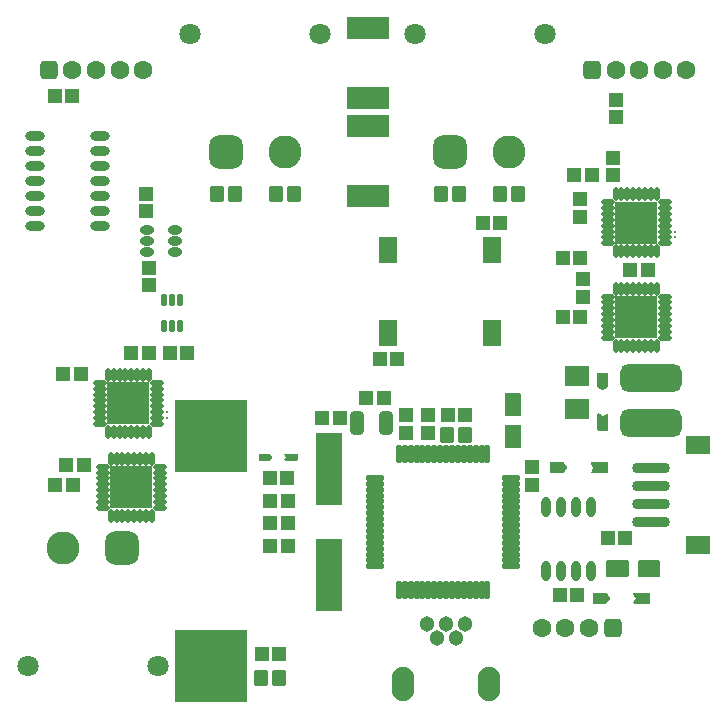
<source format=gbr>
%TF.GenerationSoftware,Altium Limited,Altium Designer,24.7.2 (38)*%
G04 Layer_Color=8388736*
%FSLAX45Y45*%
%MOMM*%
%TF.SameCoordinates,4E20714E-E0DB-4EF4-9D00-32C5CA98EF25*%
%TF.FilePolarity,Negative*%
%TF.FileFunction,Soldermask,Top*%
%TF.Part,Single*%
G01*
G75*
%TA.AperFunction,SMDPad,CuDef*%
%ADD31R,0.16000X0.16000*%
%ADD86O,1.15320X0.45320*%
%ADD87O,0.45320X1.15320*%
%ADD88R,3.65320X3.65320*%
G04:AMPARAMS|DCode=89|XSize=5.2032mm|YSize=2.3532mm|CornerRadius=0.6391mm|HoleSize=0mm|Usage=FLASHONLY|Rotation=0.000|XOffset=0mm|YOffset=0mm|HoleType=Round|Shape=RoundedRectangle|*
%AMROUNDEDRECTD89*
21,1,5.20320,1.07500,0,0,0.0*
21,1,3.92500,2.35320,0,0,0.0*
1,1,1.27820,1.96250,-0.53750*
1,1,1.27820,-1.96250,-0.53750*
1,1,1.27820,-1.96250,0.53750*
1,1,1.27820,1.96250,0.53750*
%
%ADD89ROUNDEDRECTD89*%
%ADD90O,1.65320X0.80320*%
%ADD91O,1.60320X0.50320*%
%ADD92O,0.50320X1.60320*%
%ADD93R,3.55320X1.85320*%
%ADD94R,2.10320X1.70320*%
%ADD95R,1.20320X1.15320*%
%ADD96O,3.20320X0.90320*%
%ADD97R,2.10320X1.50320*%
%ADD98R,1.20320X1.25320*%
%ADD99R,2.20320X6.20320*%
%ADD100O,0.55320X1.05320*%
G04:AMPARAMS|DCode=101|XSize=1.2032mm|YSize=1.4032mm|CornerRadius=0.2516mm|HoleSize=0mm|Usage=FLASHONLY|Rotation=0.000|XOffset=0mm|YOffset=0mm|HoleType=Round|Shape=RoundedRectangle|*
%AMROUNDEDRECTD101*
21,1,1.20320,0.90000,0,0,0.0*
21,1,0.70000,1.40320,0,0,0.0*
1,1,0.50320,0.35000,-0.45000*
1,1,0.50320,-0.35000,-0.45000*
1,1,0.50320,-0.35000,0.45000*
1,1,0.50320,0.35000,0.45000*
%
%ADD101ROUNDEDRECTD101*%
G04:AMPARAMS|DCode=102|XSize=1.2032mm|YSize=2.0032mm|CornerRadius=0.3516mm|HoleSize=0mm|Usage=FLASHONLY|Rotation=180.000|XOffset=0mm|YOffset=0mm|HoleType=Round|Shape=RoundedRectangle|*
%AMROUNDEDRECTD102*
21,1,1.20320,1.30000,0,0,180.0*
21,1,0.50000,2.00320,0,0,180.0*
1,1,0.70320,-0.25000,0.65000*
1,1,0.70320,0.25000,0.65000*
1,1,0.70320,0.25000,-0.65000*
1,1,0.70320,-0.25000,-0.65000*
%
%ADD102ROUNDEDRECTD102*%
%ADD103R,1.60320X2.20320*%
%ADD104R,1.25320X1.20320*%
%ADD105O,1.20320X0.80320*%
%ADD106O,0.80320X1.70320*%
%ADD107R,1.15320X1.20320*%
%TA.AperFunction,ComponentPad*%
%ADD108O,1.90320X2.90320*%
%ADD109C,1.30320*%
%ADD110C,1.60320*%
G04:AMPARAMS|DCode=111|XSize=1.6032mm|YSize=1.6032mm|CornerRadius=0.4516mm|HoleSize=0mm|Usage=FLASHONLY|Rotation=0.000|XOffset=0mm|YOffset=0mm|HoleType=Round|Shape=RoundedRectangle|*
%AMROUNDEDRECTD111*
21,1,1.60320,0.70000,0,0,0.0*
21,1,0.70000,1.60320,0,0,0.0*
1,1,0.90320,0.35000,-0.35000*
1,1,0.90320,-0.35000,-0.35000*
1,1,0.90320,-0.35000,0.35000*
1,1,0.90320,0.35000,0.35000*
%
%ADD111ROUNDEDRECTD111*%
%ADD112R,6.20320X6.20320*%
G04:AMPARAMS|DCode=113|XSize=2.8032mm|YSize=2.8032mm|CornerRadius=0.7516mm|HoleSize=0mm|Usage=FLASHONLY|Rotation=180.000|XOffset=0mm|YOffset=0mm|HoleType=Round|Shape=RoundedRectangle|*
%AMROUNDEDRECTD113*
21,1,2.80320,1.30000,0,0,180.0*
21,1,1.30000,2.80320,0,0,180.0*
1,1,1.50320,-0.65000,0.65000*
1,1,1.50320,0.65000,0.65000*
1,1,1.50320,0.65000,-0.65000*
1,1,1.50320,-0.65000,-0.65000*
%
%ADD113ROUNDEDRECTD113*%
%ADD114C,1.80320*%
%ADD115C,2.80320*%
G36*
X7578829Y5335096D02*
X7580135Y5334836D01*
X7581397Y5334408D01*
X7582591Y5333819D01*
X7583699Y5333079D01*
X7584700Y5332201D01*
X7585578Y5331199D01*
X7586318Y5330092D01*
X7586907Y5328897D01*
X7587335Y5327636D01*
X7587595Y5326330D01*
X7587682Y5325001D01*
Y5225001D01*
X7587659Y5224657D01*
X7587659Y5224323D01*
X7587617Y5224003D01*
X7587595Y5223672D01*
X7587528Y5223336D01*
X7587484Y5223003D01*
X7587399Y5222689D01*
X7587335Y5222365D01*
X7587335Y5222365D01*
D01*
X7587226Y5222043D01*
X7587138Y5221717D01*
X7587013Y5221416D01*
X7586907Y5221104D01*
X7586756Y5220798D01*
X7586627Y5220487D01*
X7586463Y5220203D01*
X7586318Y5219909D01*
X7586130Y5219629D01*
X7585960Y5219334D01*
X7585759Y5219073D01*
X7585578Y5218802D01*
X7585354Y5218547D01*
X7585148Y5218279D01*
X7584916Y5218047D01*
X7584700Y5217800D01*
X7584445Y5217577D01*
X7584205Y5217338D01*
X7583944Y5217138D01*
X7583698Y5216922D01*
X7583419Y5216736D01*
X7583148Y5216528D01*
X7545666Y5191541D01*
X7545666Y5191540D01*
X7545665Y5191540D01*
X7545648Y5191528D01*
X7545044Y5191180D01*
X7544513Y5190873D01*
X7544505Y5190870D01*
X7544494Y5190863D01*
X7543850Y5190598D01*
X7543283Y5190362D01*
X7543272Y5190359D01*
X7543263Y5190355D01*
X7542610Y5190181D01*
X7541997Y5190016D01*
X7541987Y5190015D01*
X7541976Y5190012D01*
X7541274Y5189920D01*
X7540677Y5189841D01*
X7540667D01*
X7540655Y5189839D01*
X7539938Y5189840D01*
X7539345Y5189840D01*
X7539335Y5189841D01*
X7539323D01*
X7538625Y5189933D01*
X7538024Y5190012D01*
X7538014Y5190014D01*
X7538003Y5190016D01*
X7537346Y5190193D01*
X7536737Y5190355D01*
X7536728Y5190359D01*
X7536717Y5190362D01*
X7536101Y5190618D01*
X7535506Y5190864D01*
X7535497Y5190869D01*
X7535487Y5190873D01*
X7534934Y5191193D01*
X7534352Y5191528D01*
X7496852Y5216528D01*
X7496583Y5216734D01*
X7496301Y5216922D01*
X7496055Y5217138D01*
X7495795Y5217338D01*
X7495554Y5217578D01*
X7495300Y5217800D01*
X7495085Y5218046D01*
X7494852Y5218279D01*
X7494644Y5218548D01*
X7494422Y5218802D01*
X7494241Y5219073D01*
X7494040Y5219334D01*
X7493869Y5219629D01*
X7493682Y5219909D01*
X7493537Y5220203D01*
X7493373Y5220487D01*
X7493244Y5220798D01*
X7493093Y5221104D01*
X7492987Y5221417D01*
X7492862Y5221717D01*
X7492774Y5222043D01*
X7492665Y5222365D01*
X7492601Y5222686D01*
X7492516Y5223003D01*
X7492471Y5223341D01*
X7492405Y5223671D01*
X7492384Y5223996D01*
X7492340Y5224323D01*
X7492340Y5224664D01*
X7492318Y5225000D01*
X7492318Y5225004D01*
Y5325001D01*
X7492405Y5326330D01*
X7492665Y5327636D01*
X7493093Y5328897D01*
X7493682Y5330092D01*
X7494422Y5331199D01*
X7495300Y5332201D01*
X7496302Y5333079D01*
X7497409Y5333819D01*
X7498604Y5334408D01*
X7499865Y5334836D01*
X7501171Y5335096D01*
X7502500Y5335183D01*
X7577500D01*
X7578829Y5335096D01*
D02*
G37*
G36*
X6841331Y5160097D02*
X6842637Y5159837D01*
X6843898Y5159409D01*
X6845093Y5158820D01*
X6846200Y5158080D01*
X6847201Y5157202D01*
X6848080Y5156201D01*
X6848819Y5155093D01*
X6849409Y5153899D01*
X6849837Y5152637D01*
X6850097Y5151331D01*
X6850184Y5150002D01*
Y4980802D01*
X6850097Y4979473D01*
X6849837Y4978167D01*
X6849409Y4976905D01*
X6848819Y4975711D01*
X6848080Y4974603D01*
X6847201Y4973602D01*
X6846200Y4972724D01*
X6845093Y4971984D01*
X6843898Y4971395D01*
X6842637Y4970967D01*
X6841331Y4970707D01*
X6840002Y4970620D01*
X6720002D01*
X6718673Y4970707D01*
X6717366Y4970967D01*
X6716105Y4971395D01*
X6714911Y4971984D01*
X6713803Y4972724D01*
X6712802Y4973602D01*
X6711924Y4974603D01*
X6711184Y4975711D01*
X6710595Y4976905D01*
X6710167Y4978167D01*
X6709907Y4979473D01*
X6709820Y4980802D01*
Y5150002D01*
X6709907Y5151331D01*
X6710167Y5152637D01*
X6710595Y5153899D01*
X6711184Y5155093D01*
X6711924Y5156201D01*
X6712802Y5157202D01*
X6713803Y5158080D01*
X6714911Y5158820D01*
X6716105Y5159409D01*
X6717366Y5159837D01*
X6718673Y5160097D01*
X6720002Y5160184D01*
X6840002D01*
X6841331Y5160097D01*
D02*
G37*
G36*
X7577557Y4990178D02*
X7577612Y4990181D01*
X7578213Y4990135D01*
X7578829Y4990095D01*
X7578884Y4990084D01*
X7578940Y4990079D01*
X7579531Y4989955D01*
X7580135Y4989835D01*
X7580190Y4989816D01*
X7580243Y4989805D01*
X7580800Y4989609D01*
X7581396Y4989407D01*
X7581449Y4989381D01*
X7581499Y4989363D01*
X7582038Y4989090D01*
X7582591Y4988818D01*
X7582636Y4988787D01*
X7582688Y4988761D01*
X7583198Y4988412D01*
X7583698Y4988078D01*
X7583740Y4988041D01*
X7583787Y4988009D01*
X7584238Y4987604D01*
X7584700Y4987200D01*
X7584737Y4987157D01*
X7584778Y4987120D01*
X7585172Y4986661D01*
X7585578Y4986198D01*
X7585609Y4986152D01*
X7585645Y4986109D01*
X7585983Y4985592D01*
X7586318Y4985091D01*
X7586342Y4985042D01*
X7586373Y4984994D01*
X7586638Y4984441D01*
X7586907Y4983896D01*
X7586925Y4983843D01*
X7586949Y4983793D01*
X7587139Y4983213D01*
X7587335Y4982635D01*
X7587346Y4982581D01*
X7587363Y4982527D01*
X7587476Y4981926D01*
X7587595Y4981329D01*
X7587598Y4981272D01*
X7587609Y4981218D01*
X7587641Y4980618D01*
X7587682Y4980000D01*
Y4955003D01*
X7587682Y4954999D01*
Y4854999D01*
X7587595Y4853670D01*
X7587335Y4852364D01*
X7586907Y4851103D01*
X7586318Y4849908D01*
X7585578Y4848801D01*
X7584700Y4847799D01*
X7583699Y4846921D01*
X7582591Y4846181D01*
X7581397Y4845592D01*
X7580135Y4845164D01*
X7578829Y4844904D01*
X7577500Y4844817D01*
X7502500D01*
X7501171Y4844904D01*
X7499865Y4845164D01*
X7498604Y4845592D01*
X7497409Y4846181D01*
X7496302Y4846921D01*
X7495300Y4847799D01*
X7494422Y4848801D01*
X7493682Y4849908D01*
X7493093Y4851103D01*
X7492665Y4852364D01*
X7492405Y4853670D01*
X7492318Y4854999D01*
Y4954996D01*
X7492318Y4955000D01*
Y4980000D01*
X7492339Y4980327D01*
X7492339Y4980655D01*
X7492383Y4980991D01*
X7492405Y4981329D01*
X7492469Y4981650D01*
X7492512Y4981976D01*
X7492599Y4982303D01*
X7492665Y4982635D01*
X7492771Y4982946D01*
X7492855Y4983263D01*
X7492984Y4983575D01*
X7493093Y4983896D01*
X7493238Y4984190D01*
X7493363Y4984494D01*
X7493533Y4984789D01*
X7493682Y4985091D01*
X7493863Y4985362D01*
X7494028Y4985648D01*
X7494234Y4985917D01*
X7494422Y4986198D01*
X7494638Y4986444D01*
X7494838Y4986705D01*
X7495077Y4986945D01*
X7495300Y4987200D01*
X7495547Y4987416D01*
X7495779Y4987648D01*
X7496046Y4987854D01*
X7496301Y4988078D01*
X7496573Y4988259D01*
X7496834Y4988460D01*
X7497129Y4988630D01*
X7497409Y4988818D01*
X7497703Y4988963D01*
X7497987Y4989127D01*
X7498298Y4989256D01*
X7498603Y4989407D01*
X7498915Y4989513D01*
X7499217Y4989638D01*
X7499543Y4989726D01*
X7499865Y4989835D01*
X7500187Y4989899D01*
X7500503Y4989984D01*
X7500837Y4990028D01*
X7501171Y4990095D01*
X7501499Y4990116D01*
X7501823Y4990159D01*
X7502161Y4990160D01*
X7502500Y4990182D01*
X7502827Y4990160D01*
X7503155Y4990161D01*
X7503491Y4990117D01*
X7503829Y4990095D01*
X7504150Y4990031D01*
X7504476Y4989988D01*
X7504803Y4989901D01*
X7505135Y4989835D01*
X7505446Y4989729D01*
X7505762Y4989645D01*
X7506075Y4989516D01*
X7506396Y4989407D01*
X7506690Y4989262D01*
X7506994Y4989137D01*
X7507289Y4988966D01*
X7507591Y4988818D01*
X7507862Y4988636D01*
X7508148Y4988472D01*
X7515646Y4983473D01*
X7515648Y4983472D01*
X7540129Y4967151D01*
X7561704Y4980880D01*
X7571391Y4988145D01*
X7571908Y4988483D01*
X7572409Y4988818D01*
X7572458Y4988842D01*
X7572506Y4988873D01*
X7573059Y4989138D01*
X7573604Y4989407D01*
X7573657Y4989425D01*
X7573707Y4989449D01*
X7574287Y4989639D01*
X7574865Y4989835D01*
X7574919Y4989846D01*
X7574973Y4989863D01*
X7575574Y4989976D01*
X7576171Y4990095D01*
X7576227Y4990098D01*
X7576282Y4990109D01*
X7576883Y4990141D01*
X7577500Y4990182D01*
X7577557Y4990178D01*
D02*
G37*
G36*
X6841331Y4890093D02*
X6842637Y4889834D01*
X6843898Y4889406D01*
X6845093Y4888816D01*
X6846200Y4888076D01*
X6847201Y4887198D01*
X6848080Y4886197D01*
X6848819Y4885090D01*
X6849409Y4883895D01*
X6849837Y4882634D01*
X6850097Y4881328D01*
X6850184Y4879999D01*
Y4709998D01*
X6850097Y4708670D01*
X6849837Y4707363D01*
X6849409Y4706102D01*
X6848819Y4704908D01*
X6848080Y4703800D01*
X6847201Y4702799D01*
X6846200Y4701921D01*
X6845093Y4701181D01*
X6843898Y4700592D01*
X6842637Y4700164D01*
X6841331Y4699904D01*
X6840002Y4699817D01*
X6720002D01*
X6718673Y4699904D01*
X6717366Y4700164D01*
X6716105Y4700592D01*
X6714911Y4701181D01*
X6713803Y4701921D01*
X6712802Y4702799D01*
X6711924Y4703800D01*
X6711184Y4704908D01*
X6710595Y4706102D01*
X6710167Y4707363D01*
X6709907Y4708670D01*
X6709820Y4709998D01*
Y4879999D01*
X6709907Y4881328D01*
X6710167Y4882634D01*
X6710595Y4883895D01*
X6711184Y4885090D01*
X6711924Y4886197D01*
X6712802Y4887198D01*
X6713803Y4888076D01*
X6714911Y4888816D01*
X6716105Y4889406D01*
X6717366Y4889834D01*
X6718673Y4890093D01*
X6720002Y4890180D01*
X6840002D01*
X6841331Y4890093D01*
D02*
G37*
G36*
X4950077Y4650096D02*
X4951384Y4649836D01*
X4952645Y4649408D01*
X4953839Y4648818D01*
X4954947Y4648079D01*
X4955948Y4647201D01*
X4956826Y4646199D01*
X4957566Y4645092D01*
X4958155Y4643897D01*
X4958583Y4642636D01*
X4958843Y4641330D01*
X4958930Y4640001D01*
Y4600001D01*
X4958843Y4598672D01*
X4958583Y4597366D01*
X4958155Y4596105D01*
X4957566Y4594910D01*
X4956826Y4593803D01*
X4955948Y4592801D01*
X4954947Y4591923D01*
X4953839Y4591183D01*
X4952645Y4590594D01*
X4951384Y4590166D01*
X4950077Y4589906D01*
X4948748Y4589819D01*
X4868765D01*
X4868750Y4589818D01*
X4856250D01*
X4855920Y4589840D01*
X4855594Y4589839D01*
X4855261Y4589883D01*
X4854921Y4589905D01*
X4854600Y4589969D01*
X4854274Y4590012D01*
X4853945Y4590100D01*
X4853615Y4590165D01*
X4853305Y4590270D01*
X4852987Y4590355D01*
X4852674Y4590484D01*
X4852354Y4590593D01*
X4852059Y4590738D01*
X4851756Y4590864D01*
X4851461Y4591033D01*
X4851159Y4591182D01*
X4850888Y4591363D01*
X4850602Y4591528D01*
X4850332Y4591735D01*
X4850052Y4591922D01*
X4849805Y4592138D01*
X4849544Y4592338D01*
X4849305Y4592577D01*
X4849050Y4592800D01*
X4848834Y4593047D01*
X4848602Y4593279D01*
X4848395Y4593547D01*
X4848172Y4593802D01*
X4847991Y4594073D01*
X4847790Y4594334D01*
X4847618Y4594630D01*
X4847432Y4594909D01*
X4847288Y4595202D01*
X4847123Y4595487D01*
X4846993Y4595800D01*
X4846843Y4596104D01*
X4846738Y4596414D01*
X4846612Y4596718D01*
X4846523Y4597045D01*
X4846415Y4597365D01*
X4846351Y4597685D01*
X4846266Y4598004D01*
X4846221Y4598340D01*
X4846155Y4598671D01*
X4846134Y4598999D01*
X4846091Y4599324D01*
X4846090Y4599660D01*
X4846068Y4600000D01*
X4846090Y4600330D01*
X4846089Y4600656D01*
X4846133Y4600989D01*
X4846155Y4601329D01*
X4846219Y4601650D01*
X4846262Y4601976D01*
X4846349Y4602305D01*
X4846415Y4602635D01*
X4846520Y4602945D01*
X4846605Y4603263D01*
X4846734Y4603576D01*
X4846843Y4603896D01*
X4846988Y4604191D01*
X4847113Y4604494D01*
X4847283Y4604788D01*
X4847432Y4605091D01*
X4847613Y4605362D01*
X4847778Y4605648D01*
X4852643Y4612945D01*
X4856876Y4620000D01*
X4852643Y4627054D01*
X4847778Y4634352D01*
X4847613Y4634638D01*
X4847432Y4634909D01*
X4847283Y4635211D01*
X4847113Y4635506D01*
X4846988Y4635809D01*
X4846843Y4636104D01*
X4846734Y4636425D01*
X4846605Y4636737D01*
X4846520Y4637055D01*
X4846415Y4637365D01*
X4846349Y4637695D01*
X4846262Y4638023D01*
X4846219Y4638351D01*
X4846155Y4638671D01*
X4846133Y4639007D01*
X4846089Y4639344D01*
X4846089Y4639672D01*
X4846068Y4640000D01*
X4846090Y4640339D01*
X4846091Y4640676D01*
X4846134Y4641001D01*
X4846155Y4641329D01*
X4846221Y4641660D01*
X4846266Y4641996D01*
X4846351Y4642315D01*
X4846415Y4642635D01*
X4846523Y4642954D01*
X4846612Y4643283D01*
X4846738Y4643586D01*
X4846843Y4643896D01*
X4846993Y4644200D01*
X4847123Y4644512D01*
X4847288Y4644798D01*
X4847432Y4645091D01*
X4847618Y4645370D01*
X4847790Y4645665D01*
X4847991Y4645927D01*
X4848172Y4646198D01*
X4848395Y4646453D01*
X4848602Y4646721D01*
X4848834Y4646952D01*
X4849050Y4647199D01*
X4849305Y4647423D01*
X4849544Y4647662D01*
X4849805Y4647862D01*
X4850052Y4648078D01*
X4850332Y4648265D01*
X4850602Y4648472D01*
X4850888Y4648636D01*
X4851159Y4648817D01*
X4851461Y4648967D01*
X4851756Y4649136D01*
X4852059Y4649261D01*
X4852354Y4649407D01*
X4852674Y4649515D01*
X4852987Y4649645D01*
X4853305Y4649730D01*
X4853615Y4649835D01*
X4853945Y4649900D01*
X4854274Y4649988D01*
X4854601Y4650031D01*
X4854921Y4650095D01*
X4855257Y4650117D01*
X4855594Y4650161D01*
X4855922Y4650160D01*
X4856250Y4650182D01*
X4868732D01*
X4868748Y4650183D01*
X4948748D01*
X4950077Y4650096D01*
D02*
G37*
G36*
X4719070Y4650162D02*
X4719360Y4650163D01*
X4719700Y4650120D01*
X4720080Y4650096D01*
X4720396Y4650033D01*
X4720681Y4649997D01*
X4721010Y4649911D01*
X4721387Y4649836D01*
X4721694Y4649731D01*
X4721969Y4649659D01*
X4722281Y4649532D01*
X4722648Y4649408D01*
X4722942Y4649263D01*
X4723203Y4649156D01*
X4723493Y4648990D01*
X4723842Y4648818D01*
X4724115Y4648636D01*
X4724360Y4648497D01*
X4724626Y4648295D01*
X4724950Y4648079D01*
X4725197Y4647862D01*
X4725421Y4647692D01*
X4725658Y4647458D01*
X4725951Y4647201D01*
X4726169Y4646952D01*
X4726368Y4646755D01*
X4726570Y4646494D01*
X4726829Y4646199D01*
X4727014Y4645923D01*
X4727184Y4645703D01*
X4727351Y4645418D01*
X4727569Y4645092D01*
X4727715Y4644795D01*
X4727857Y4644553D01*
X4737857Y4624553D01*
X4737879Y4624501D01*
X4737906Y4624453D01*
X4738136Y4623890D01*
X4738373Y4623326D01*
X4738388Y4623272D01*
X4738409Y4623220D01*
X4738565Y4622627D01*
X4738725Y4622041D01*
X4738732Y4621986D01*
X4738747Y4621931D01*
X4738823Y4621324D01*
X4738906Y4620722D01*
X4738906Y4620666D01*
X4738913Y4620610D01*
X4738910Y4620000D01*
X4738913Y4619390D01*
X4738906Y4619334D01*
X4738906Y4619278D01*
X4738823Y4618676D01*
X4738747Y4618068D01*
X4738732Y4618014D01*
X4738725Y4617959D01*
X4738565Y4617373D01*
X4738409Y4616780D01*
X4738388Y4616728D01*
X4738373Y4616674D01*
X4738136Y4616110D01*
X4737906Y4615547D01*
X4737879Y4615499D01*
X4737857Y4615446D01*
X4727857Y4595446D01*
X4727709Y4595194D01*
X4727569Y4594910D01*
X4727361Y4594598D01*
X4727184Y4594297D01*
X4727004Y4594064D01*
X4726829Y4593803D01*
X4726584Y4593523D01*
X4726368Y4593245D01*
X4726155Y4593035D01*
X4725951Y4592801D01*
X4725676Y4592560D01*
X4725421Y4592308D01*
X4725180Y4592125D01*
X4724950Y4591923D01*
X4724648Y4591722D01*
X4724360Y4591503D01*
X4724094Y4591352D01*
X4723842Y4591183D01*
D01*
X4723841Y4591182D01*
X4723517Y4591023D01*
X4723203Y4590843D01*
X4722921Y4590729D01*
X4722646Y4590593D01*
X4722303Y4590477D01*
X4721969Y4590341D01*
X4721674Y4590263D01*
X4721385Y4590165D01*
X4721031Y4590094D01*
X4720681Y4590003D01*
X4720378Y4589965D01*
X4720079Y4589905D01*
X4719719Y4589882D01*
X4719360Y4589836D01*
X4719055Y4589838D01*
X4718750Y4589818D01*
X4718734Y4589819D01*
X4638751D01*
X4637422Y4589906D01*
X4636116Y4590166D01*
X4634855Y4590594D01*
X4633660Y4591183D01*
X4632553Y4591923D01*
X4631551Y4592801D01*
X4630673Y4593803D01*
X4629933Y4594910D01*
X4629344Y4596105D01*
X4628916Y4597366D01*
X4628656Y4598672D01*
X4628569Y4600001D01*
Y4640001D01*
X4628656Y4641330D01*
X4628916Y4642636D01*
X4629344Y4643897D01*
X4629933Y4645092D01*
X4630673Y4646199D01*
X4631551Y4647201D01*
X4632553Y4648079D01*
X4633660Y4648818D01*
X4634855Y4649408D01*
X4636116Y4649836D01*
X4637422Y4650096D01*
X4638751Y4650183D01*
X4718751D01*
X4719070Y4650162D01*
D02*
G37*
G36*
X7475023Y4577680D02*
X7574999D01*
X7576328Y4577593D01*
X7577634Y4577333D01*
X7578895Y4576906D01*
X7580090Y4576316D01*
X7581197Y4575576D01*
X7582199Y4574698D01*
X7583077Y4573697D01*
X7583817Y4572590D01*
X7584406Y4571395D01*
X7584834Y4570134D01*
X7585094Y4568828D01*
X7585181Y4567499D01*
Y4492499D01*
X7585094Y4491170D01*
X7584834Y4489863D01*
X7584406Y4488602D01*
X7583817Y4487408D01*
X7583077Y4486300D01*
X7582199Y4485299D01*
X7581197Y4484421D01*
X7580090Y4483681D01*
X7578895Y4483092D01*
X7577634Y4482664D01*
X7576328Y4482404D01*
X7574999Y4482317D01*
X7474999D01*
X7474975Y4482318D01*
X7450000D01*
X7449673Y4482340D01*
X7449345Y4482339D01*
X7449009Y4482383D01*
X7448671Y4482405D01*
X7448350Y4482469D01*
X7448024Y4482512D01*
X7447697Y4482599D01*
X7447365Y4482665D01*
X7447054Y4482771D01*
X7446737Y4482855D01*
X7446425Y4482984D01*
X7446104Y4483093D01*
X7445810Y4483238D01*
X7445506Y4483363D01*
X7445211Y4483534D01*
X7444909Y4483682D01*
X7444638Y4483864D01*
X7444352Y4484028D01*
X7444083Y4484235D01*
X7443802Y4484422D01*
X7443556Y4484638D01*
X7443295Y4484838D01*
X7443055Y4485077D01*
X7442800Y4485300D01*
X7442584Y4485548D01*
X7442352Y4485779D01*
X7442146Y4486047D01*
X7441922Y4486302D01*
X7441741Y4486573D01*
X7441540Y4486834D01*
X7441370Y4487129D01*
X7441182Y4487409D01*
X7441037Y4487703D01*
X7440873Y4487987D01*
X7440744Y4488298D01*
X7440593Y4488604D01*
X7440487Y4488916D01*
X7440362Y4489217D01*
X7440274Y4489543D01*
X7440165Y4489865D01*
X7440101Y4490187D01*
X7440016Y4490503D01*
X7439972Y4490838D01*
X7439905Y4491171D01*
X7439884Y4491500D01*
X7439841Y4491823D01*
X7439840Y4492161D01*
X7439818Y4492500D01*
X7439840Y4492827D01*
X7439839Y4493155D01*
X7439883Y4493491D01*
X7439905Y4493829D01*
X7439969Y4494150D01*
X7440012Y4494476D01*
X7440099Y4494803D01*
X7440165Y4495135D01*
X7440271Y4495446D01*
X7440355Y4495763D01*
X7440484Y4496075D01*
X7440593Y4496396D01*
X7440738Y4496690D01*
X7440863Y4496994D01*
X7441034Y4497289D01*
X7441182Y4497591D01*
X7441364Y4497862D01*
X7441528Y4498148D01*
X7446527Y4505646D01*
X7446528Y4505648D01*
X7462849Y4530129D01*
X7449120Y4551704D01*
X7441855Y4561391D01*
X7441518Y4561908D01*
X7441182Y4562409D01*
X7441158Y4562458D01*
X7441127Y4562506D01*
X7440862Y4563059D01*
X7440593Y4563604D01*
X7440575Y4563657D01*
X7440551Y4563707D01*
X7440361Y4564287D01*
X7440165Y4564865D01*
X7440154Y4564919D01*
X7440137Y4564973D01*
X7440024Y4565574D01*
X7439905Y4566171D01*
X7439902Y4566228D01*
X7439891Y4566282D01*
X7439859Y4566883D01*
X7439818Y4567500D01*
X7439822Y4567557D01*
X7439819Y4567612D01*
X7439865Y4568213D01*
X7439905Y4568829D01*
X7439916Y4568884D01*
X7439921Y4568940D01*
X7440045Y4569531D01*
X7440165Y4570135D01*
X7440184Y4570190D01*
X7440195Y4570243D01*
X7440391Y4570800D01*
X7440593Y4571396D01*
X7440619Y4571449D01*
X7440637Y4571500D01*
X7440910Y4572039D01*
X7441182Y4572591D01*
X7441213Y4572637D01*
X7441239Y4572688D01*
X7441588Y4573199D01*
X7441922Y4573698D01*
X7441959Y4573740D01*
X7441991Y4573787D01*
X7442396Y4574238D01*
X7442800Y4574700D01*
X7442843Y4574737D01*
X7442880Y4574779D01*
X7443339Y4575172D01*
X7443802Y4575578D01*
X7443848Y4575609D01*
X7443891Y4575646D01*
X7444408Y4575983D01*
X7444909Y4576318D01*
X7444958Y4576342D01*
X7445006Y4576373D01*
X7445559Y4576638D01*
X7446104Y4576907D01*
X7446157Y4576925D01*
X7446207Y4576949D01*
X7446787Y4577139D01*
X7447365Y4577335D01*
X7447419Y4577346D01*
X7447473Y4577363D01*
X7448074Y4577476D01*
X7448671Y4577595D01*
X7448728Y4577599D01*
X7448782Y4577609D01*
X7449382Y4577642D01*
X7450000Y4577682D01*
X7475000D01*
X7475023Y4577680D01*
D02*
G37*
G36*
X7205340Y4577660D02*
X7205677Y4577659D01*
X7206001Y4577616D01*
X7206329Y4577595D01*
X7206662Y4577529D01*
X7206997Y4577484D01*
X7207313Y4577399D01*
X7207635Y4577335D01*
X7207957Y4577226D01*
X7208283Y4577138D01*
X7208585Y4577013D01*
X7208896Y4576907D01*
X7209202Y4576756D01*
X7209513Y4576627D01*
X7209797Y4576463D01*
X7210091Y4576318D01*
X7210093Y4576316D01*
D01*
X7210371Y4576131D01*
X7210666Y4575960D01*
X7210927Y4575759D01*
X7211201Y4575576D01*
X7211458Y4575351D01*
X7211721Y4575148D01*
X7211949Y4574920D01*
X7212202Y4574698D01*
X7212431Y4574438D01*
X7212662Y4574205D01*
X7212856Y4573952D01*
X7213080Y4573697D01*
X7213274Y4573406D01*
X7213472Y4573148D01*
X7238459Y4535667D01*
X7238460Y4535666D01*
X7238461Y4535665D01*
X7238472Y4535648D01*
X7238820Y4535044D01*
X7239127Y4534513D01*
X7239130Y4534505D01*
X7239137Y4534494D01*
X7239402Y4533850D01*
X7239638Y4533283D01*
X7239641Y4533272D01*
X7239645Y4533263D01*
X7239819Y4532610D01*
X7239984Y4531997D01*
X7239985Y4531987D01*
X7239988Y4531976D01*
X7240080Y4531275D01*
X7240159Y4530677D01*
Y4530667D01*
X7240161Y4530655D01*
X7240160Y4529939D01*
X7240161Y4529345D01*
X7240159Y4529335D01*
Y4529323D01*
X7240067Y4528625D01*
X7239988Y4528024D01*
X7239986Y4528014D01*
X7239984Y4528003D01*
X7239807Y4527347D01*
X7239645Y4526737D01*
X7239641Y4526728D01*
X7239638Y4526717D01*
X7239382Y4526101D01*
X7239136Y4525506D01*
X7239131Y4525497D01*
X7239127Y4525487D01*
X7238807Y4524934D01*
X7238472Y4524352D01*
X7213472Y4486852D01*
X7213292Y4486617D01*
X7213080Y4486300D01*
X7212837Y4486023D01*
X7212662Y4485795D01*
X7212452Y4485584D01*
X7212202Y4485299D01*
X7211926Y4485057D01*
X7211721Y4484852D01*
X7211484Y4484669D01*
X7211201Y4484421D01*
X7210897Y4484218D01*
X7210666Y4484040D01*
X7210405Y4483889D01*
X7210093Y4483681D01*
X7209766Y4483519D01*
X7209513Y4483373D01*
X7209236Y4483258D01*
X7208899Y4483092D01*
X7208553Y4482974D01*
X7208283Y4482862D01*
X7207989Y4482783D01*
X7207638Y4482664D01*
X7207286Y4482594D01*
X7206997Y4482516D01*
X7206689Y4482475D01*
X7206331Y4482404D01*
X7205979Y4482381D01*
X7205677Y4482341D01*
X7205362Y4482340D01*
X7205002Y4482317D01*
X7105002D01*
X7103673Y4482404D01*
X7102367Y4482664D01*
X7101106Y4483092D01*
X7099911Y4483681D01*
X7098804Y4484421D01*
X7097802Y4485299D01*
X7096924Y4486300D01*
X7096184Y4487408D01*
X7095595Y4488602D01*
X7095167Y4489863D01*
X7094907Y4491170D01*
X7094820Y4492499D01*
Y4567499D01*
X7094907Y4568828D01*
X7095167Y4570134D01*
X7095595Y4571395D01*
X7096184Y4572590D01*
X7096924Y4573697D01*
X7097802Y4574698D01*
X7098804Y4575576D01*
X7099911Y4576316D01*
X7101106Y4576906D01*
X7102367Y4577333D01*
X7103673Y4577593D01*
X7105002Y4577680D01*
X7204977D01*
X7205000Y4577682D01*
X7205340Y4577660D01*
D02*
G37*
G36*
X8021328Y3745094D02*
X8022634Y3744834D01*
X8023895Y3744406D01*
X8025090Y3743817D01*
X8026197Y3743077D01*
X8027199Y3742199D01*
X8028077Y3741197D01*
X8028817Y3740090D01*
X8029406Y3738895D01*
X8029834Y3737634D01*
X8030094Y3736328D01*
X8030181Y3734999D01*
Y3614999D01*
X8030094Y3613670D01*
X8029834Y3612364D01*
X8029406Y3611103D01*
X8028817Y3609908D01*
X8028077Y3608801D01*
X8027199Y3607799D01*
X8026197Y3606921D01*
X8025090Y3606181D01*
X8023895Y3605592D01*
X8022634Y3605164D01*
X8021328Y3604904D01*
X8019999Y3604817D01*
X7850799D01*
X7849470Y3604904D01*
X7848163Y3605164D01*
X7846902Y3605592D01*
X7845708Y3606181D01*
X7844600Y3606921D01*
X7843599Y3607799D01*
X7842721Y3608801D01*
X7841981Y3609908D01*
X7841392Y3611103D01*
X7840964Y3612364D01*
X7840704Y3613670D01*
X7840617Y3614999D01*
Y3734999D01*
X7840704Y3736328D01*
X7840964Y3737634D01*
X7841392Y3738895D01*
X7841981Y3740090D01*
X7842721Y3741197D01*
X7843599Y3742199D01*
X7844600Y3743077D01*
X7845708Y3743817D01*
X7846902Y3744406D01*
X7848163Y3744834D01*
X7849470Y3745094D01*
X7850799Y3745181D01*
X8019999D01*
X8021328Y3745094D01*
D02*
G37*
G36*
X7751329D02*
X7752636Y3744834D01*
X7753897Y3744406D01*
X7755091Y3743817D01*
X7756199Y3743077D01*
X7757200Y3742199D01*
X7758078Y3741197D01*
X7758818Y3740090D01*
X7759407Y3738895D01*
X7759835Y3737634D01*
X7760095Y3736328D01*
X7760182Y3734999D01*
Y3614999D01*
X7760095Y3613670D01*
X7759835Y3612364D01*
X7759407Y3611103D01*
X7758818Y3609908D01*
X7758078Y3608801D01*
X7757200Y3607799D01*
X7756199Y3606921D01*
X7755091Y3606181D01*
X7753897Y3605592D01*
X7752636Y3605164D01*
X7751329Y3604904D01*
X7750001Y3604817D01*
X7580000D01*
X7578671Y3604904D01*
X7577365Y3605164D01*
X7576104Y3605592D01*
X7574909Y3606181D01*
X7573802Y3606921D01*
X7572801Y3607799D01*
X7571923Y3608801D01*
X7571183Y3609908D01*
X7570593Y3611103D01*
X7570165Y3612364D01*
X7569906Y3613670D01*
X7569818Y3614999D01*
Y3734999D01*
X7569906Y3736328D01*
X7570165Y3737634D01*
X7570593Y3738895D01*
X7571183Y3740090D01*
X7571923Y3741197D01*
X7572801Y3742199D01*
X7573802Y3743077D01*
X7574909Y3743817D01*
X7576104Y3744406D01*
X7577365Y3744834D01*
X7578671Y3745094D01*
X7580000Y3745181D01*
X7750001D01*
X7751329Y3745094D01*
D02*
G37*
G36*
X7936327Y3472597D02*
X7937634Y3472337D01*
X7938895Y3471909D01*
X7940089Y3471320D01*
X7941197Y3470580D01*
X7942198Y3469702D01*
X7943076Y3468700D01*
X7943816Y3467593D01*
X7944405Y3466398D01*
X7944833Y3465137D01*
X7945093Y3463831D01*
X7945180Y3462502D01*
Y3387502D01*
X7945093Y3386173D01*
X7944833Y3384867D01*
X7944405Y3383606D01*
X7943816Y3382411D01*
X7943076Y3381304D01*
X7942198Y3380302D01*
X7941197Y3379424D01*
X7940089Y3378684D01*
X7938895Y3378095D01*
X7937634Y3377667D01*
X7936327Y3377407D01*
X7934998Y3377320D01*
X7835031D01*
X7835000Y3377318D01*
X7810000D01*
X7809672Y3377339D01*
X7809345Y3377339D01*
X7809009Y3377383D01*
X7808671Y3377405D01*
X7808350Y3377469D01*
X7808024Y3377512D01*
X7807697Y3377599D01*
X7807365Y3377665D01*
X7807053Y3377771D01*
X7806737Y3377855D01*
X7806425Y3377984D01*
X7806104Y3378093D01*
X7805810Y3378238D01*
X7805506Y3378363D01*
X7805211Y3378534D01*
X7804909Y3378682D01*
X7804638Y3378863D01*
X7804352Y3379028D01*
X7804082Y3379235D01*
X7803802Y3379422D01*
X7803556Y3379638D01*
X7803295Y3379838D01*
X7803054Y3380077D01*
X7802800Y3380300D01*
X7802584Y3380547D01*
X7802352Y3380779D01*
X7802146Y3381047D01*
X7801922Y3381302D01*
X7801741Y3381573D01*
X7801540Y3381834D01*
X7801369Y3382129D01*
X7801182Y3382409D01*
X7801037Y3382703D01*
X7800873Y3382987D01*
X7800744Y3383298D01*
X7800593Y3383604D01*
X7800487Y3383916D01*
X7800362Y3384217D01*
X7800274Y3384543D01*
X7800165Y3384865D01*
X7800101Y3385187D01*
X7800016Y3385503D01*
X7799971Y3385838D01*
X7799905Y3386171D01*
X7799884Y3386499D01*
X7799841Y3386823D01*
X7799840Y3387161D01*
X7799818Y3387500D01*
X7799839Y3387827D01*
X7799839Y3388155D01*
X7799883Y3388491D01*
X7799905Y3388829D01*
X7799969Y3389150D01*
X7800012Y3389476D01*
X7800099Y3389803D01*
X7800165Y3390135D01*
X7800271Y3390446D01*
X7800355Y3390763D01*
X7800484Y3391075D01*
X7800593Y3391396D01*
X7800738Y3391690D01*
X7800863Y3391994D01*
X7801033Y3392289D01*
X7801182Y3392591D01*
X7801363Y3392862D01*
X7801528Y3393148D01*
X7806527Y3400646D01*
X7806528Y3400648D01*
X7822849Y3425129D01*
X7809120Y3446704D01*
X7801854Y3456391D01*
X7801517Y3456908D01*
X7801182Y3457409D01*
X7801158Y3457458D01*
X7801127Y3457506D01*
X7800862Y3458059D01*
X7800593Y3458604D01*
X7800575Y3458657D01*
X7800551Y3458707D01*
X7800361Y3459287D01*
X7800165Y3459865D01*
X7800154Y3459919D01*
X7800137Y3459973D01*
X7800024Y3460574D01*
X7799905Y3461171D01*
X7799901Y3461228D01*
X7799891Y3461282D01*
X7799858Y3461883D01*
X7799818Y3462500D01*
X7799822Y3462557D01*
X7799819Y3462612D01*
X7799865Y3463213D01*
X7799905Y3463829D01*
X7799916Y3463884D01*
X7799920Y3463940D01*
X7800045Y3464531D01*
X7800165Y3465135D01*
X7800184Y3465190D01*
X7800195Y3465243D01*
X7800391Y3465800D01*
X7800593Y3466396D01*
X7800619Y3466449D01*
X7800637Y3466500D01*
X7800910Y3467039D01*
X7801182Y3467591D01*
X7801213Y3467636D01*
X7801239Y3467688D01*
X7801588Y3468199D01*
X7801922Y3468698D01*
X7801959Y3468740D01*
X7801991Y3468787D01*
X7802395Y3469238D01*
X7802800Y3469700D01*
X7802843Y3469737D01*
X7802880Y3469778D01*
X7803339Y3470172D01*
X7803802Y3470578D01*
X7803848Y3470609D01*
X7803891Y3470646D01*
X7804408Y3470983D01*
X7804909Y3471318D01*
X7804958Y3471342D01*
X7805006Y3471373D01*
X7805559Y3471638D01*
X7806104Y3471907D01*
X7806157Y3471925D01*
X7806207Y3471949D01*
X7806787Y3472139D01*
X7807365Y3472335D01*
X7807419Y3472346D01*
X7807473Y3472363D01*
X7808074Y3472476D01*
X7808671Y3472595D01*
X7808727Y3472599D01*
X7808782Y3472609D01*
X7809382Y3472642D01*
X7810000Y3472682D01*
X7834967D01*
X7834998Y3472684D01*
X7934998D01*
X7936327Y3472597D01*
D02*
G37*
G36*
X7565373Y3472660D02*
X7565677Y3472659D01*
X7565968Y3472620D01*
X7566331Y3472597D01*
X7566698Y3472524D01*
X7566997Y3472484D01*
X7567278Y3472408D01*
X7567637Y3472337D01*
X7567994Y3472216D01*
X7568283Y3472138D01*
X7568550Y3472027D01*
X7568898Y3471909D01*
X7569239Y3471741D01*
X7569513Y3471627D01*
X7569762Y3471483D01*
X7570093Y3471320D01*
X7570407Y3471110D01*
X7570666Y3470960D01*
X7570895Y3470784D01*
X7571200Y3470580D01*
X7571487Y3470329D01*
X7571721Y3470148D01*
X7571924Y3469945D01*
X7572201Y3469702D01*
X7572452Y3469416D01*
X7572662Y3469205D01*
X7572838Y3468976D01*
X7573079Y3468700D01*
X7573289Y3468387D01*
X7573472Y3468148D01*
X7598459Y3430666D01*
X7598460Y3430666D01*
X7598460Y3430665D01*
X7598472Y3430648D01*
X7598820Y3430044D01*
X7599127Y3429513D01*
X7599130Y3429505D01*
X7599136Y3429494D01*
X7599402Y3428850D01*
X7599638Y3428283D01*
X7599641Y3428272D01*
X7599645Y3428263D01*
X7599819Y3427610D01*
X7599984Y3426997D01*
X7599985Y3426987D01*
X7599988Y3426976D01*
X7600080Y3426275D01*
X7600159Y3425677D01*
Y3425667D01*
X7600161Y3425655D01*
X7600160Y3424939D01*
X7600160Y3424345D01*
X7600159Y3424335D01*
Y3424323D01*
X7600067Y3423625D01*
X7599988Y3423024D01*
X7599986Y3423014D01*
X7599984Y3423003D01*
X7599807Y3422346D01*
X7599645Y3421737D01*
X7599641Y3421728D01*
X7599638Y3421717D01*
X7599382Y3421101D01*
X7599136Y3420506D01*
X7599131Y3420497D01*
X7599127Y3420487D01*
X7598807Y3419934D01*
X7598472Y3419352D01*
X7573472Y3381852D01*
X7573269Y3381587D01*
X7573079Y3381304D01*
X7573078Y3381302D01*
D01*
X7572862Y3381055D01*
X7572662Y3380795D01*
X7572422Y3380554D01*
X7572199Y3380300D01*
X7571954Y3380085D01*
X7571721Y3379852D01*
X7571451Y3379644D01*
X7571198Y3379422D01*
X7570927Y3379241D01*
X7570666Y3379040D01*
X7570371Y3378870D01*
X7570091Y3378682D01*
X7569796Y3378537D01*
X7569513Y3378373D01*
X7569202Y3378244D01*
X7568896Y3378093D01*
X7568583Y3377987D01*
X7568283Y3377862D01*
X7567956Y3377774D01*
X7567635Y3377665D01*
X7567314Y3377601D01*
X7566997Y3377516D01*
X7566659Y3377471D01*
X7566329Y3377405D01*
X7566004Y3377384D01*
X7565677Y3377340D01*
X7565336Y3377340D01*
X7565000Y3377318D01*
X7564969Y3377320D01*
X7465001D01*
X7463672Y3377407D01*
X7462366Y3377667D01*
X7461105Y3378095D01*
X7459910Y3378684D01*
X7458803Y3379424D01*
X7457802Y3380302D01*
X7456924Y3381304D01*
X7456184Y3382411D01*
X7455594Y3383606D01*
X7455166Y3384867D01*
X7454907Y3386173D01*
X7454819Y3387502D01*
Y3462502D01*
X7454907Y3463831D01*
X7455166Y3465137D01*
X7455594Y3466398D01*
X7456184Y3467593D01*
X7456924Y3468700D01*
X7457802Y3469702D01*
X7458803Y3470580D01*
X7459910Y3471320D01*
X7461105Y3471909D01*
X7462366Y3472337D01*
X7463672Y3472597D01*
X7465001Y3472684D01*
X7565002D01*
X7565373Y3472660D01*
D02*
G37*
D31*
X8150001Y6530000D02*
D03*
X8119999D02*
D03*
X8150001Y6480002D02*
D03*
X8119999D02*
D03*
X3850000Y5000000D02*
D03*
X3820003D02*
D03*
X3850000Y4949998D02*
D03*
X3820003D02*
D03*
D86*
X3285000Y5250000D02*
D03*
Y5200000D02*
D03*
Y5150000D02*
D03*
Y5100000D02*
D03*
Y5050000D02*
D03*
Y5000000D02*
D03*
Y4950000D02*
D03*
Y4900000D02*
D03*
X3765000D02*
D03*
Y4950000D02*
D03*
Y5000000D02*
D03*
Y5050000D02*
D03*
Y5100000D02*
D03*
Y5150000D02*
D03*
Y5200000D02*
D03*
Y5250000D02*
D03*
X3790000Y4540000D02*
D03*
Y4490000D02*
D03*
Y4440000D02*
D03*
Y4390000D02*
D03*
Y4340000D02*
D03*
Y4290000D02*
D03*
Y4240000D02*
D03*
Y4190000D02*
D03*
X3310000D02*
D03*
Y4240000D02*
D03*
Y4290000D02*
D03*
Y4340000D02*
D03*
Y4390000D02*
D03*
Y4440000D02*
D03*
Y4490000D02*
D03*
Y4540000D02*
D03*
X7585000Y6780000D02*
D03*
Y6730000D02*
D03*
Y6680000D02*
D03*
Y6630000D02*
D03*
Y6580000D02*
D03*
Y6530000D02*
D03*
Y6480000D02*
D03*
Y6430000D02*
D03*
X8065000D02*
D03*
Y6480000D02*
D03*
Y6530000D02*
D03*
Y6580000D02*
D03*
Y6630000D02*
D03*
Y6680000D02*
D03*
Y6730000D02*
D03*
Y6780000D02*
D03*
X8065000Y5980000D02*
D03*
Y5930000D02*
D03*
Y5880000D02*
D03*
Y5830000D02*
D03*
Y5780000D02*
D03*
Y5730000D02*
D03*
Y5680000D02*
D03*
Y5630000D02*
D03*
X7585000D02*
D03*
Y5680000D02*
D03*
Y5730000D02*
D03*
Y5780000D02*
D03*
Y5830000D02*
D03*
Y5880000D02*
D03*
Y5930000D02*
D03*
Y5980000D02*
D03*
D87*
X3350000Y4835000D02*
D03*
X3400000D02*
D03*
X3450000D02*
D03*
X3500000D02*
D03*
X3550000D02*
D03*
X3600000D02*
D03*
X3650000D02*
D03*
X3700000D02*
D03*
Y5315000D02*
D03*
X3650000D02*
D03*
X3600000D02*
D03*
X3550000D02*
D03*
X3500000D02*
D03*
X3450000D02*
D03*
X3400000D02*
D03*
X3350000D02*
D03*
X3375000Y4605000D02*
D03*
X3425000D02*
D03*
X3475000D02*
D03*
X3525000D02*
D03*
X3575000D02*
D03*
X3625000D02*
D03*
X3675000D02*
D03*
X3725000D02*
D03*
Y4125000D02*
D03*
X3675000D02*
D03*
X3625000D02*
D03*
X3575000D02*
D03*
X3525000D02*
D03*
X3475000D02*
D03*
X3425000D02*
D03*
X3375000D02*
D03*
X7650000Y6365000D02*
D03*
X7700000D02*
D03*
X7750000D02*
D03*
X7800000D02*
D03*
X7850000D02*
D03*
X7900000D02*
D03*
X7950000D02*
D03*
X8000000D02*
D03*
Y6845000D02*
D03*
X7950000D02*
D03*
X7900000D02*
D03*
X7850000D02*
D03*
X7800000D02*
D03*
X7750000D02*
D03*
X7700000D02*
D03*
X7650000D02*
D03*
X7650000Y6045000D02*
D03*
X7700000D02*
D03*
X7750000D02*
D03*
X7800000D02*
D03*
X7850000D02*
D03*
X7900000D02*
D03*
X7950000D02*
D03*
X8000000D02*
D03*
Y5565000D02*
D03*
X7950000D02*
D03*
X7900000D02*
D03*
X7850000D02*
D03*
X7800000D02*
D03*
X7750000D02*
D03*
X7700000D02*
D03*
X7650000D02*
D03*
D88*
X3525000Y5075000D02*
D03*
X3550000Y4365000D02*
D03*
X7825000Y6605000D02*
D03*
X7825000Y5805000D02*
D03*
D89*
X7950002Y4907498D02*
D03*
Y5292501D02*
D03*
D90*
X2737500Y7341001D02*
D03*
Y7214001D02*
D03*
Y7087001D02*
D03*
Y6960001D02*
D03*
Y6833001D02*
D03*
Y6706001D02*
D03*
Y6579001D02*
D03*
X3282498Y7341001D02*
D03*
Y7214001D02*
D03*
Y7087001D02*
D03*
Y6960001D02*
D03*
Y6833001D02*
D03*
Y6706001D02*
D03*
Y6579001D02*
D03*
D91*
X5615000Y4445000D02*
D03*
Y4395003D02*
D03*
Y4345000D02*
D03*
Y4294998D02*
D03*
Y4245000D02*
D03*
Y4194998D02*
D03*
Y4145001D02*
D03*
Y4094998D02*
D03*
Y4045001D02*
D03*
Y3994998D02*
D03*
Y3945001D02*
D03*
Y3894999D02*
D03*
Y3845001D02*
D03*
Y3794999D02*
D03*
Y3745001D02*
D03*
Y3694999D02*
D03*
X6765000D02*
D03*
Y3745001D02*
D03*
Y3794999D02*
D03*
Y3845001D02*
D03*
Y3894999D02*
D03*
Y3945001D02*
D03*
Y3994998D02*
D03*
Y4045001D02*
D03*
Y4094998D02*
D03*
Y4145001D02*
D03*
Y4194998D02*
D03*
Y4245000D02*
D03*
Y4294998D02*
D03*
Y4345000D02*
D03*
Y4395003D02*
D03*
Y4445000D02*
D03*
D92*
X5815000Y3494999D02*
D03*
X5865002D02*
D03*
X5915000D02*
D03*
X5965002D02*
D03*
X6014999D02*
D03*
X6065002D02*
D03*
X6114999D02*
D03*
X6165002D02*
D03*
X6214999D02*
D03*
X6265001D02*
D03*
X6314999D02*
D03*
X6365001D02*
D03*
X6414999D02*
D03*
X6465001D02*
D03*
X6514998D02*
D03*
X6565001D02*
D03*
Y4645000D02*
D03*
X6514998D02*
D03*
X6465001D02*
D03*
X6414999D02*
D03*
X6365001D02*
D03*
X6314999D02*
D03*
X6265001D02*
D03*
X6214999D02*
D03*
X6165002D02*
D03*
X6114999D02*
D03*
X6065002D02*
D03*
X6014999D02*
D03*
X5965002D02*
D03*
X5915000D02*
D03*
X5865002D02*
D03*
X5815000D02*
D03*
D93*
X5550002Y8257499D02*
D03*
Y7662499D02*
D03*
Y7422500D02*
D03*
Y6827500D02*
D03*
D94*
X7324999Y5024999D02*
D03*
Y5304998D02*
D03*
D95*
X4797501Y2950002D02*
D03*
X4727499Y4060002D02*
D03*
X4872502D02*
D03*
X6372499Y4980000D02*
D03*
X6227501D02*
D03*
X6527500Y6600002D02*
D03*
X6672499D02*
D03*
X4652498Y2950002D02*
D03*
X4726249Y4440001D02*
D03*
X4871253D02*
D03*
X5797499Y5450002D02*
D03*
X5652501D02*
D03*
X7322500Y3450001D02*
D03*
X7177502D02*
D03*
X7202500Y6305001D02*
D03*
X7347499D02*
D03*
X7205000Y5805002D02*
D03*
X7349998D02*
D03*
X3047502Y7675001D02*
D03*
X2902499D02*
D03*
D96*
X7950002Y4374998D02*
D03*
Y4525000D02*
D03*
Y4074998D02*
D03*
Y4225000D02*
D03*
D97*
X8350001Y4720001D02*
D03*
Y3880002D02*
D03*
D98*
X5875000Y4824999D02*
D03*
Y4975001D02*
D03*
X6059998Y4824999D02*
D03*
Y4975001D02*
D03*
X3674999Y6700002D02*
D03*
Y6849999D02*
D03*
X3699998Y6225002D02*
D03*
Y6074999D02*
D03*
X6940001Y4535002D02*
D03*
Y4385000D02*
D03*
X7624999Y7155002D02*
D03*
Y7005000D02*
D03*
X7349998Y6654998D02*
D03*
Y6805000D02*
D03*
X7375002Y6130000D02*
D03*
Y5979998D02*
D03*
D99*
X5220000Y3619998D02*
D03*
Y4520001D02*
D03*
D100*
X3960002Y5950001D02*
D03*
X3894999D02*
D03*
X3830000D02*
D03*
X3960002Y5730001D02*
D03*
X3894999D02*
D03*
X3830000D02*
D03*
D101*
X6374999Y4809998D02*
D03*
X6225002D02*
D03*
X4649998Y2750002D02*
D03*
X4800001D02*
D03*
X6674998Y6849999D02*
D03*
X6825000D02*
D03*
X6174999D02*
D03*
X6325001D02*
D03*
X4775002D02*
D03*
X4924999D02*
D03*
X4274998D02*
D03*
X4425000D02*
D03*
D102*
X5710001Y4912939D02*
D03*
X5459999D02*
D03*
D103*
X6600002Y6374999D02*
D03*
Y5675000D02*
D03*
X5725003Y6374999D02*
D03*
Y5675000D02*
D03*
D104*
X5315001Y4949998D02*
D03*
X5164999D02*
D03*
X3699998Y5499999D02*
D03*
X3550001D02*
D03*
X4025001D02*
D03*
X3874999D02*
D03*
X4875002Y3870000D02*
D03*
X4724999D02*
D03*
X4875002Y4249999D02*
D03*
X4724999D02*
D03*
X5684998Y5120000D02*
D03*
X5535000D02*
D03*
X7732385Y3938001D02*
D03*
X7582383D02*
D03*
X7449998Y7005000D02*
D03*
X7300001D02*
D03*
X7924998Y6205002D02*
D03*
X7775001D02*
D03*
X2975000Y5324998D02*
D03*
X3125003D02*
D03*
X2999999Y4549999D02*
D03*
X3150001D02*
D03*
X3055000Y4380001D02*
D03*
X2904998D02*
D03*
D105*
X3920002Y6545001D02*
D03*
Y6354999D02*
D03*
Y6450000D02*
D03*
X3679998Y6545001D02*
D03*
Y6354999D02*
D03*
Y6450000D02*
D03*
D106*
X7059498Y3652500D02*
D03*
X7186498D02*
D03*
X7313498D02*
D03*
X7440498D02*
D03*
X7059498Y4197502D02*
D03*
X7186498D02*
D03*
X7313498D02*
D03*
X7440498D02*
D03*
D107*
X7650002Y7647498D02*
D03*
Y7502500D02*
D03*
D108*
X6580000Y2700000D02*
D03*
X5850000D02*
D03*
D109*
X6055000Y3205000D02*
D03*
X6215000D02*
D03*
X6135000Y3085000D02*
D03*
X6295000D02*
D03*
X6375000Y3205000D02*
D03*
D110*
X7650002Y7899999D02*
D03*
X7850002D02*
D03*
X8050002D02*
D03*
X8250001D02*
D03*
X3050002D02*
D03*
X3250001D02*
D03*
X3450001D02*
D03*
X3650000D02*
D03*
X7225000Y3175000D02*
D03*
X7424999D02*
D03*
X7025000D02*
D03*
D111*
X7449998Y7899999D02*
D03*
X2850002D02*
D03*
X7624999Y3175000D02*
D03*
D112*
X4225000Y2850002D02*
D03*
Y4800000D02*
D03*
D113*
X3474999Y3850000D02*
D03*
X6250000Y7200001D02*
D03*
X4349999D02*
D03*
D114*
X3774999Y2850002D02*
D03*
X2675001D02*
D03*
X5950001Y8199999D02*
D03*
X7049999D02*
D03*
X4050000D02*
D03*
X5150002D02*
D03*
D115*
X2975000Y3850000D02*
D03*
X6749999Y7200001D02*
D03*
X4849998D02*
D03*
%TF.MD5,56e2df9fb8b625df4056d6c59b9d6ce1*%
M02*

</source>
